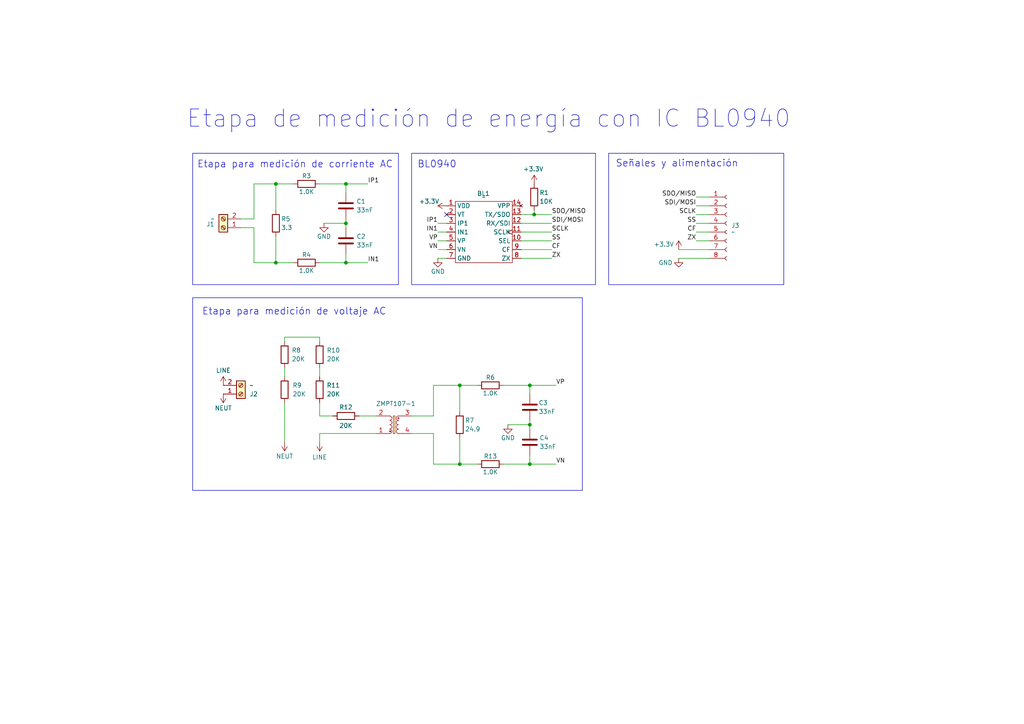
<source format=kicad_sch>
(kicad_sch (version 20231120) (generator "eeschema") (generator_version "8.0")
  (paper "A4")
  (lib_symbols
    (symbol "Connector:Conn_01x08_Socket" (pin_names (offset 1.016) hide)
      (property "Reference" "J" (at 0 10.16 0))
      (property "Value" "Conn_01x08_Socket" (at 0 -12.7 0))
      (symbol "Conn_01x08_Socket_1_1"
        (arc (start 0 -9.652) (mid -0.5058 -10.16) (end 0 -10.668) (stroke (width 0.1524)))
        (arc (start 0 -7.112) (mid -0.5058 -7.62) (end 0 -8.128) (stroke (width 0.1524)))
        (arc (start 0 -4.572) (mid -0.5058 -5.08) (end 0 -5.588) (stroke (width 0.1524)))
        (arc (start 0 -2.032) (mid -0.5058 -2.54) (end 0 -3.048) (stroke (width 0.1524)))
        (polyline (pts (xy -1.27 -10.16) (xy -0.508 -10.16)) (stroke (width 0.1524)))
        (polyline (pts (xy -1.27 -7.62) (xy -0.508 -7.62)) (stroke (width 0.1524)))
        (polyline (pts (xy -1.27 -5.08) (xy -0.508 -5.08)) (stroke (width 0.1524)))
        (polyline (pts (xy -1.27 -2.54) (xy -0.508 -2.54)) (stroke (width 0.1524)))
        (polyline (pts (xy -1.27 0) (xy -0.508 0)) (stroke (width 0.1524)))
        (polyline (pts (xy -1.27 2.54) (xy -0.508 2.54)) (stroke (width 0.1524)))
        (polyline (pts (xy -1.27 5.08) (xy -0.508 5.08)) (stroke (width 0.1524)))
        (polyline (pts (xy -1.27 7.62) (xy -0.508 7.62)) (stroke (width 0.1524)))
        (arc (start 0 0.508) (mid -0.5058 0) (end 0 -0.508) (stroke (width 0.1524)))
        (arc (start 0 3.048) (mid -0.5058 2.54) (end 0 2.032) (stroke (width 0.1524)))
        (arc (start 0 5.588) (mid -0.5058 5.08) (end 0 4.572) (stroke (width 0.1524)))
        (arc (start 0 8.128) (mid -0.5058 7.62) (end 0 7.112) (stroke (width 0.1524)))
        (pin passive line (at -5.08 7.62 0) (length 3.81) (name "Pin_1") (number "1"))
        (pin passive line (at -5.08 5.08 0) (length 3.81) (name "Pin_2") (number "2"))
        (pin passive line (at -5.08 2.54 0) (length 3.81) (name "Pin_3") (number "3"))
        (pin passive line (at -5.08 0 0) (length 3.81) (name "Pin_4") (number "4"))
        (pin passive line (at -5.08 -2.54 0) (length 3.81) (name "Pin_5") (number "5"))
        (pin passive line (at -5.08 -5.08 0) (length 3.81) (name "Pin_6") (number "6"))
        (pin passive line (at -5.08 -7.62 0) (length 3.81) (name "Pin_7") (number "7"))
        (pin passive line (at -5.08 -10.16 0) (length 3.81) (name "Pin_8") (number "8"))
      )
    )
    (symbol "Connector:Screw_Terminal_01x02" (pin_names (offset 1.016) hide)
      (property "Reference" "J" (at 0 2.54 0))
      (property "Value" "Screw_Terminal_01x02" (at 0 -5.08 0))
      (symbol "Screw_Terminal_01x02_1_1"
        (rectangle (start -1.27 1.27) (end 1.27 -3.81) (stroke (width 0.254)) (fill (type background)))
        (circle (center 0 -2.54) (radius 0.635) (stroke (width 0.1524)))
        (polyline (pts (xy -0.5334 -2.2098) (xy 0.3302 -3.048)) (stroke (width 0.1524)))
        (polyline (pts (xy -0.5334 0.3302) (xy 0.3302 -0.508)) (stroke (width 0.1524)))
        (polyline (pts (xy -0.3556 -2.032) (xy 0.508 -2.8702)) (stroke (width 0.1524)))
        (polyline (pts (xy -0.3556 0.508) (xy 0.508 -0.3302)) (stroke (width 0.1524)))
        (circle (center 0 0) (radius 0.635) (stroke (width 0.1524)))
        (pin passive line (at -5.08 0 0) (length 3.81) (name "Pin_1") (number "1"))
        (pin passive line (at -5.08 -2.54 0) (length 3.81) (name "Pin_2") (number "2"))
      )
    )
    (symbol "Custom_Library_Symbols:BL0940"
      (property "Reference" "BL0940" (at 0 13.716 0))
      (symbol "BL0940_0_1"
        (rectangle (start -7.62 8.89) (end 8.89 -8.89))
      )
      (symbol "BL0940_1_1"
        (pin power_in line (at -10.16 7.62 0) (length 2.54) (name "VDD") (number "1"))
        (pin input line (at 11.43 -2.54 180) (length 2.54) (name "SEL") (number "10"))
        (pin input clock (at 11.43 0 180) (length 2.54) (name "SCLK") (number "11"))
        (pin input line (at 11.43 2.54 180) (length 2.54) (name "RX/SDI") (number "12"))
        (pin output line (at 11.43 5.08 180) (length 2.54) (name "TX/SDO") (number "13"))
        (pin no_connect line (at 11.43 7.62 180) (length 2.54) (name "VPP") (number "14"))
        (pin input line (at -10.16 5.08 0) (length 2.54) (name "VT") (number "2"))
        (pin input line (at -10.16 2.54 0) (length 2.54) (name "IP1") (number "3"))
        (pin input line (at -10.16 0 0) (length 2.54) (name "IN1") (number "4"))
        (pin input line (at -10.16 -2.54 0) (length 2.54) (name "VP") (number "5"))
        (pin input line (at -10.16 -5.08 0) (length 2.54) (name "VN") (number "6"))
        (pin power_in line (at -10.16 -7.62 0) (length 2.54) (name "GND") (number "7"))
        (pin output line (at 11.43 -7.62 180) (length 2.54) (name "ZX") (number "8"))
        (pin output line (at 11.43 -5.08 180) (length 2.54) (name "CF") (number "9"))
      )
    )
    (symbol "Device:C" (pin_numbers hide) (pin_names (offset 0.254))
      (property "Reference" "C" (at 0.635 2.54 0))
      (property "Value" "C" (at 0.635 -2.54 0))
      (symbol "C_0_1"
        (polyline (pts (xy -2.032 -0.762) (xy 2.032 -0.762)) (stroke (width 0.508)))
        (polyline (pts (xy -2.032 0.762) (xy 2.032 0.762)) (stroke (width 0.508)))
      )
      (symbol "C_1_1"
        (pin passive line (at 0 3.81 270) (length 2.794) (name "~") (number "1"))
        (pin passive line (at 0 -3.81 90) (length 2.794) (name "~") (number "2"))
      )
    )
    (symbol "Device:R" (pin_numbers hide) (pin_names (offset 0))
      (property "Reference" "R" (at 2.032 0 90))
      (property "Value" "R" (at 0 0 90))
      (symbol "R_0_1"
        (rectangle (start -1.016 -2.54) (end 1.016 2.54) (stroke (width 0.254)))
      )
      (symbol "R_1_1"
        (pin passive line (at 0 3.81 270) (length 1.27) (name "~") (number "1"))
        (pin passive line (at 0 -3.81 90) (length 1.27) (name "~") (number "2"))
      )
    )
    (symbol "Transformer:ZMPT101K"
      (property "Reference" "TR" (at 0 4.445 0))
      (property "Value" "ZMPT101K" (at 0 -4.445 0))
      (symbol "ZMPT101K_0_1"
        (polyline (pts (xy -1.27 -2.54) (xy -2.54 -2.54)))
        (polyline (pts (xy -1.27 2.54) (xy -2.54 2.54)))
        (polyline (pts (xy 1.27 -2.54) (xy 2.54 -2.54)))
        (polyline (pts (xy 1.27 2.54) (xy 2.54 2.54)))
      )
      (symbol "ZMPT101K_1_1"
        (arc (start -1.27 -2.54) (mid -0.6377 -1.905) (end -1.27 -1.27))
        (arc (start -1.27 -1.27) (mid -0.6377 -0.635) (end -1.27 0))
        (arc (start -1.27 0) (mid -0.6377 0.635) (end -1.27 1.27))
        (arc (start -1.27 1.27) (mid -0.6377 1.905) (end -1.27 2.54))
        (circle (center -1.143 1.905) (radius 0.127) (stroke (width 0.254)))
        (rectangle (start -0.254 2.54) (end 0.254 -2.54) (fill (type background)))
        (circle (center 1.27 -1.905) (radius 0.127) (stroke (width 0.254)))
        (arc (start 1.27 -1.27) (mid 0.6377 -1.905) (end 1.27 -2.54))
        (arc (start 1.27 0) (mid 0.6377 -0.635) (end 1.27 -1.27))
        (arc (start 1.27 1.27) (mid 0.6377 0.635) (end 1.27 0))
        (arc (start 1.27 2.54) (mid 0.6377 1.905) (end 1.27 1.27))
        (pin passive line (at -5.08 2.54 0) (length 2.54) (name "~") (number "1"))
        (pin passive line (at -5.08 -2.54 0) (length 2.54) (name "~") (number "2"))
        (pin passive line (at 5.08 -2.54 180) (length 2.54) (name "~") (number "3"))
        (pin passive line (at 5.08 2.54 180) (length 2.54) (name "~") (number "4"))
      )
    )
    (symbol "power:+3.3V" (power) (pin_numbers hide) (pin_names (offset 0) hide)
      (property "Value" "+3.3V" (at 0 3.556 0))
      (symbol "+3.3V_0_1"
        (polyline (pts (xy -0.762 1.27) (xy 0 2.54)))
        (polyline (pts (xy 0 0) (xy 0 2.54)))
        (polyline (pts (xy 0 2.54) (xy 0.762 1.27)))
      )
      (symbol "+3.3V_1_1"
        (pin power_in line (at 0 0 90) (length 0) (name "~") (number "1"))
      )
    )
    (symbol "power:GND" (power) (pin_numbers hide) (pin_names (offset 0) hide)
      (property "Value" "GND" (at 0 -3.81 0))
      (symbol "GND_0_1"
        (polyline (pts (xy 0 0) (xy 0 -1.27) (xy 1.27 -1.27) (xy 0 -2.54) (xy -1.27 -1.27) (xy 0 -1.27)))
      )
      (symbol "GND_1_1"
        (pin power_in line (at 0 0 270) (length 0) (name "~") (number "1"))
      )
    )
    (symbol "power:LINE" (power) (pin_numbers hide) (pin_names (offset 0) hide)
      (property "Value" "LINE" (at 0 3.556 0))
      (symbol "LINE_0_1"
        (polyline (pts (xy -0.762 1.27) (xy 0 2.54)))
        (polyline (pts (xy 0 0) (xy 0 2.54)))
        (polyline (pts (xy 0 2.54) (xy 0.762 1.27)))
      )
      (symbol "LINE_1_1"
        (pin power_in line (at 0 0 90) (length 0) (name "~") (number "1"))
      )
    )
    (symbol "power:NEUT" (power) (pin_numbers hide) (pin_names (offset 0) hide)
      (property "Value" "NEUT" (at 0 3.556 0))
      (symbol "NEUT_0_1"
        (polyline (pts (xy -0.762 1.27) (xy 0 2.54)))
        (polyline (pts (xy 0 0) (xy 0 2.54)))
        (polyline (pts (xy 0 2.54) (xy 0.762 1.27)))
      )
      (symbol "NEUT_1_1"
        (pin power_in line (at 0 0 90) (length 0) (name "~") (number "1"))
      )
    )
  )
  (junction (at 100.33 64.77))
  (junction (at 100.33 76.2))
  (junction (at 133.35 134.62))
  (junction (at 153.67 134.62))
  (junction (at 80.01 76.2))
  (junction (at 153.67 111.76))
  (junction (at 100.33 53.34))
  (junction (at 154.94 62.23))
  (junction (at 153.67 123.19))
  (junction (at 133.35 111.76))
  (junction (at 80.01 53.34))
  (no_connect (at 129.54 62.23))
  (wire (pts (xy 104.14 120.65) (xy 109.22 120.65)))
  (wire (pts (xy 127 69.85) (xy 129.54 69.85)))
  (wire (pts (xy 100.33 64.77) (xy 100.33 66.04)))
  (wire (pts (xy 73.66 53.34) (xy 80.01 53.34)))
  (wire (pts (xy 153.67 111.76) (xy 161.29 111.76)))
  (wire (pts (xy 133.35 127) (xy 133.35 134.62)))
  (wire (pts (xy 151.13 72.39) (xy 160.02 72.39)))
  (wire (pts (xy 100.33 55.88) (xy 100.33 53.34)))
  (wire (pts (xy 201.93 59.69) (xy 205.74 59.69)))
  (wire (pts (xy 100.33 63.5) (xy 100.33 64.77)))
  (wire (pts (xy 119.38 125.73) (xy 125.73 125.73)))
  (wire (pts (xy 82.55 106.68) (xy 82.55 109.22)))
  (wire (pts (xy 133.35 119.38) (xy 133.35 111.76)))
  (wire (pts (xy 151.13 69.85) (xy 160.02 69.85)))
  (wire (pts (xy 80.01 60.96) (xy 80.01 53.34)))
  (wire (pts (xy 119.38 120.65) (xy 125.73 120.65)))
  (wire (pts (xy 146.05 134.62) (xy 153.67 134.62)))
  (wire (pts (xy 100.33 53.34) (xy 106.68 53.34)))
  (wire (pts (xy 73.66 53.34) (xy 73.66 63.5)))
  (wire (pts (xy 92.71 116.84) (xy 92.71 120.65)))
  (wire (pts (xy 92.71 106.68) (xy 92.71 109.22)))
  (wire (pts (xy 82.55 99.06) (xy 82.55 97.79)))
  (wire (pts (xy 127 72.39) (xy 129.54 72.39)))
  (wire (pts (xy 127 67.31) (xy 129.54 67.31)))
  (wire (pts (xy 205.74 74.93) (xy 196.85 74.93)))
  (wire (pts (xy 73.66 66.04) (xy 73.66 76.2)))
  (wire (pts (xy 153.67 114.3) (xy 153.67 111.76)))
  (wire (pts (xy 153.67 123.19) (xy 153.67 124.46)))
  (wire (pts (xy 151.13 64.77) (xy 160.02 64.77)))
  (wire (pts (xy 153.67 111.76) (xy 146.05 111.76)))
  (wire (pts (xy 125.73 125.73) (xy 125.73 134.62)))
  (wire (pts (xy 201.93 64.77) (xy 205.74 64.77)))
  (wire (pts (xy 154.94 60.96) (xy 154.94 62.23)))
  (wire (pts (xy 80.01 68.58) (xy 80.01 76.2)))
  (wire (pts (xy 201.93 62.23) (xy 205.74 62.23)))
  (wire (pts (xy 201.93 57.15) (xy 205.74 57.15)))
  (wire (pts (xy 100.33 53.34) (xy 92.71 53.34)))
  (wire (pts (xy 93.98 64.77) (xy 100.33 64.77)))
  (wire (pts (xy 73.66 63.5) (xy 69.85 63.5)))
  (wire (pts (xy 133.35 134.62) (xy 138.43 134.62)))
  (wire (pts (xy 151.13 67.31) (xy 160.02 67.31)))
  (wire (pts (xy 196.85 72.39) (xy 205.74 72.39)))
  (wire (pts (xy 69.85 66.04) (xy 73.66 66.04)))
  (wire (pts (xy 100.33 76.2) (xy 100.33 73.66)))
  (wire (pts (xy 201.93 69.85) (xy 205.74 69.85)))
  (wire (pts (xy 147.32 123.19) (xy 153.67 123.19)))
  (wire (pts (xy 92.71 120.65) (xy 96.52 120.65)))
  (wire (pts (xy 80.01 53.34) (xy 85.09 53.34)))
  (wire (pts (xy 151.13 74.93) (xy 160.02 74.93)))
  (wire (pts (xy 73.66 76.2) (xy 80.01 76.2)))
  (wire (pts (xy 125.73 111.76) (xy 133.35 111.76)))
  (wire (pts (xy 154.94 62.23) (xy 160.02 62.23)))
  (wire (pts (xy 153.67 121.92) (xy 153.67 123.19)))
  (wire (pts (xy 133.35 111.76) (xy 138.43 111.76)))
  (wire (pts (xy 153.67 134.62) (xy 153.67 132.08)))
  (wire (pts (xy 92.71 76.2) (xy 100.33 76.2)))
  (wire (pts (xy 153.67 134.62) (xy 161.29 134.62)))
  (wire (pts (xy 92.71 125.73) (xy 109.22 125.73)))
  (wire (pts (xy 92.71 125.73) (xy 92.71 128.27)))
  (wire (pts (xy 127 64.77) (xy 129.54 64.77)))
  (wire (pts (xy 151.13 62.23) (xy 154.94 62.23)))
  (wire (pts (xy 82.55 97.79) (xy 92.71 97.79)))
  (wire (pts (xy 201.93 67.31) (xy 205.74 67.31)))
  (wire (pts (xy 80.01 76.2) (xy 85.09 76.2)))
  (wire (pts (xy 100.33 76.2) (xy 106.68 76.2)))
  (wire (pts (xy 125.73 134.62) (xy 133.35 134.62)))
  (wire (pts (xy 92.71 97.79) (xy 92.71 99.06)))
  (wire (pts (xy 127 74.93) (xy 129.54 74.93)))
  (wire (pts (xy 82.55 116.84) (xy 82.55 128.27)))
  (wire (pts (xy 125.73 120.65) (xy 125.73 111.76)))
  (rectangle (start 119.38 44.45) (end 172.72 82.55))
  (rectangle (start 55.88 86.36) (end 168.91 142.24))
  (rectangle (start 55.88 44.45) (end 115.57 82.55))
  (rectangle (start 176.53 44.45) (end 227.33 82.55))
  (text "BL0940\n" (at 126.746 47.752 0) (effects (font (size 2 2))))
  (text "Etapa para medición de corriente AC" (at 85.598 47.752 0) (effects (font (size 2 2))))
  (text "Señales y alimentación\n" (at 196.342 47.498 0) (effects (font (size 2 2))))
  (text "Etapa de medición de energía con IC BL0940" (at 141.732 34.544 0) (effects (font (size 5 5))))
  (text "Etapa para medición de voltaje AC" (at 85.344 90.424 0) (effects (font (size 2 2))))
  (label "VN" (at 127 72.39 180))
  (label "SCLK" (at 160.02 67.31 0))
  (label "ZX" (at 201.93 69.85 180))
  (label "VN" (at 161.29 134.62 0))
  (label "IN1" (at 106.68 76.2 0))
  (label "SS" (at 201.93 64.77 180))
  (label "SDI{slash}MOSI" (at 160.02 64.77 0))
  (label "CF" (at 160.02 72.39 0))
  (label "SDO{slash}MISO" (at 201.93 57.15 180))
  (label "IP1" (at 106.68 53.34 0))
  (label "ZX" (at 160.02 74.93 0))
  (label "VP" (at 127 69.85 180))
  (label "CF" (at 201.93 67.31 180))
  (label "SS" (at 160.02 69.85 0))
  (label "IN1" (at 127 67.31 180))
  (label "VP" (at 161.29 111.76 0))
  (label "IP1" (at 127 64.77 180))
  (label "SCLK" (at 201.93 62.23 180))
  (label "SDO{slash}MISO" (at 160.02 62.23 0))
  (label "SDI{slash}MOSI" (at 201.93 59.69 180))
  (symbol (lib_id "Device:C") (at 153.67 118.11 0) (unit 1)
    (property "Reference" "C3" (at 156.21 116.84 0) (effects (justify left)))
    (property "Value" "33nF" (at 156.21 119.38 0) (effects (justify left)))
    (property "Footprint" "Capacitor_SMD:C_0805_2012Metric" (effects (hide yes)))
    (property "Description" "Unpolarized capacitor" (effects (hide yes)))
    (property "LCSC" "C1739" (effects (hide yes)))
  )
  (symbol (lib_id "Device:C") (at 100.33 59.69 0) (unit 1)
    (property "Reference" "C1" (at 103.378 58.42 0) (effects (justify left)))
    (property "Value" "33nF" (at 103.378 60.96 0) (effects (justify left)))
    (property "Footprint" "Capacitor_SMD:C_0805_2012Metric" (effects (hide yes)))
    (property "Description" "Unpolarized capacitor" (effects (hide yes)))
    (property "LCSC" "C1739" (effects (hide yes)))
  )
  (symbol (lib_id "Device:R") (at 100.33 120.65 270) (unit 1)
    (property "Reference" "R12" (at 100.33 118.11 90))
    (property "Value" "20K" (at 100.33 123.444 90))
    (property "Footprint" "Resistor_SMD:R_1206_3216Metric" (effects (hide yes)))
    (property "Description" "Resistor" (effects (hide yes)))
    (property "LCSC" "C18003" (effects (hide yes)))
  )
  (symbol (lib_id "Device:R") (at 142.24 134.62 270) (unit 1)
    (property "Reference" "R13" (at 142.24 132.334 90))
    (property "Value" "1.0K" (at 142.24 136.906 90))
    (property "Footprint" "Resistor_SMD:R_0805_2012Metric" (effects (hide yes)))
    (property "Description" "Resistor" (effects (hide yes)))
    (property "LCSC" "C17513" (effects (hide yes)))
  )
  (symbol (lib_id "Device:R") (at 142.24 111.76 270) (unit 1)
    (property "Reference" "R6" (at 142.24 109.474 90))
    (property "Value" "1.0K" (at 142.24 114.046 90))
    (property "Footprint" "Resistor_SMD:R_0805_2012Metric" (effects (hide yes)))
    (property "Description" "Resistor" (effects (hide yes)))
    (property "LCSC" "C17513" (effects (hide yes)))
  )
  (symbol (lib_id "power:LINE") (at 64.77 111.76 0) (mirror y) (unit 1)
    (property "Reference" "#PWR07" (effects (hide yes)))
    (property "Value" "LINE" (at 64.77 107.442 0))
    (property "Description" "Power symbol creates a global label with name \"LINE\"" (effects (hide yes)))
  )
  (symbol (lib_id "power:+3.3V") (at 196.85 72.39 0) (unit 1)
    (property "Reference" "#PWR09" (effects (hide yes)))
    (property "Value" "+3.3V" (at 192.532 70.866 0))
    (property "Description" "Power symbol creates a global label with name \"+3.3V\"" (effects (hide yes)))
  )
  (symbol (lib_id "Device:R") (at 82.55 113.03 0) (unit 1)
    (property "Reference" "R9" (at 84.836 111.76 0) (effects (justify left)))
    (property "Value" "20K" (at 84.836 114.3 0) (effects (justify left)))
    (property "Footprint" "Resistor_SMD:R_1206_3216Metric" (effects (hide yes)))
    (property "Description" "Resistor" (effects (hide yes)))
    (property "LCSC" "C18003" (effects (hide yes)))
  )
  (symbol (lib_id "Device:C") (at 100.33 69.85 0) (unit 1)
    (property "Reference" "C2" (at 103.378 68.58 0) (effects (justify left)))
    (property "Value" "33nF" (at 103.378 71.12 0) (effects (justify left)))
    (property "Footprint" "Capacitor_SMD:C_0805_2012Metric" (effects (hide yes)))
    (property "Description" "Unpolarized capacitor" (effects (hide yes)))
    (property "LCSC" "C1739" (effects (hide yes)))
  )
  (symbol (lib_id "power:GND") (at 147.32 123.19 0) (unit 1)
    (property "Reference" "#PWR06" (effects (hide yes)))
    (property "Value" "GND" (at 147.32 127 0))
    (property "Description" "Power symbol creates a global label with name \"GND\" , ground" (effects (hide yes)))
  )
  (symbol (lib_id "Device:R") (at 92.71 102.87 0) (unit 1)
    (property "Reference" "R10" (at 94.742 101.6 0) (effects (justify left)))
    (property "Value" "20K" (at 94.742 104.14 0) (effects (justify left)))
    (property "Footprint" "Resistor_SMD:R_1206_3216Metric" (effects (hide yes)))
    (property "Description" "Resistor" (effects (hide yes)))
    (property "LCSC" "C18003" (effects (hide yes)))
  )
  (symbol (lib_id "Device:R") (at 80.01 64.77 0) (unit 1)
    (property "Reference" "R5" (at 81.534 63.5 0) (effects (justify left)))
    (property "Value" "3.3" (at 81.534 66.04 0) (effects (justify left)))
    (property "Footprint" "Resistor_SMD:R_0805_2012Metric" (effects (hide yes)))
    (property "Description" "Resistor" (effects (hide yes)))
    (property "LCSC" "C16257" (effects (hide yes)))
  )
  (symbol (lib_id "power:LINE") (at 92.71 128.27 180) (unit 1)
    (property "Reference" "#PWR02" (effects (hide yes)))
    (property "Value" "LINE" (at 92.71 132.588 0))
    (property "Description" "Power symbol creates a global label with name \"LINE\"" (effects (hide yes)))
  )
  (symbol (lib_id "Connector:Screw_Terminal_01x02") (at 64.77 66.04 180) (unit 1) (in_bom no) (on_board no)
    (property "Reference" "J1" (at 62.23 65.024 0) (effects (justify left)))
    (property "Value" "~" (at 62.23 63.5001 0) (effects (justify left)))
    (property "Footprint" "1_Custom_Library:1x2P_5.00_Screw_Terminal_Block" (effects (hide yes)))
    (property "Description" "Generic screw terminal, single row, 01x02, script generated (kicad-library-utils/schlib/autogen/connector/)" (effects (hide yes)))
    (property "LCSC" "C8269" (effects (hide yes)))
  )
  (symbol (lib_id "Device:R") (at 133.35 123.19 0) (unit 1)
    (property "Reference" "R7" (at 134.874 121.92 0) (effects (justify left)))
    (property "Value" "24.9" (at 134.874 124.46 0) (effects (justify left)))
    (property "Footprint" "Resistor_SMD:R_1206_3216Metric" (effects (hide yes)))
    (property "Description" "Resistor" (effects (hide yes)))
    (property "LCSC" "C5153988" (effects (hide yes)))
  )
  (symbol (lib_id "Device:R") (at 82.55 102.87 0) (unit 1)
    (property "Reference" "R8" (at 84.582 101.6 0) (effects (justify left)))
    (property "Value" "20K" (at 84.582 104.14 0) (effects (justify left)))
    (property "Footprint" "Resistor_SMD:R_1206_3216Metric" (effects (hide yes)))
    (property "Description" "Resistor" (effects (hide yes)))
    (property "LCSC" "C18003" (effects (hide yes)))
  )
  (symbol (lib_id "power:GND") (at 127 74.93 0) (unit 1)
    (property "Reference" "#PWR04" (effects (hide yes)))
    (property "Value" "GND" (at 127 78.74 0))
    (property "Description" "Power symbol creates a global label with name \"GND\" , ground" (effects (hide yes)))
  )
  (symbol (lib_id "Device:R") (at 88.9 53.34 270) (unit 1)
    (property "Reference" "R3" (at 88.9 51.054 90))
    (property "Value" "1.0K" (at 88.9 55.626 90))
    (property "Footprint" "Resistor_SMD:R_0805_2012Metric" (effects (hide yes)))
    (property "Description" "Resistor" (effects (hide yes)))
    (property "LCSC" "C17513" (effects (hide yes)))
  )
  (symbol (lib_id "power:GND") (at 93.98 64.77 0) (unit 1)
    (property "Reference" "#PWR03" (effects (hide yes)))
    (property "Value" "GND" (at 93.98 68.58 0))
    (property "Description" "Power symbol creates a global label with name \"GND\" , ground" (effects (hide yes)))
  )
  (symbol (lib_id "power:NEUT") (at 82.55 128.27 0) (mirror x) (unit 1)
    (property "Reference" "#PWR01" (effects (hide yes)))
    (property "Value" "NEUT" (at 82.55 132.334 0))
    (property "Description" "Power symbol creates a global label with name \"NEUT\"" (effects (hide yes)))
  )
  (symbol (lib_id "Connector:Conn_01x08_Socket") (at 210.82 64.77 0) (unit 1) (in_bom no) (on_board no)
    (property "Reference" "J3" (at 212.09 65.4049 0) (effects (justify left)))
    (property "Value" "~" (at 212.09 67.31 0) (effects (justify left)))
    (property "Footprint" "Connector_PinSocket_2.54mm:PinSocket_1x08_P2.54mm_Vertical" (effects (hide yes)))
    (property "Description" "Generic connector, single row, 01x08, script generated" (effects (hide yes)))
  )
  (symbol (lib_id "power:NEUT") (at 64.77 114.3 0) (mirror x) (unit 1)
    (property "Reference" "#PWR08" (effects (hide yes)))
    (property "Value" "NEUT" (at 64.77 118.364 0))
    (property "Description" "Power symbol creates a global label with name \"NEUT\"" (effects (hide yes)))
  )
  (symbol (lib_id "power:+3.3V") (at 154.94 53.34 0) (unit 1)
    (property "Reference" "#PWR011" (effects (hide yes)))
    (property "Value" "+3.3V" (at 154.686 49.022 0))
    (property "Description" "Power symbol creates a global label with name \"+3.3V\"" (effects (hide yes)))
  )
  (symbol (lib_id "power:+3.3V") (at 129.54 59.69 90) (unit 1)
    (property "Reference" "#PWR05" (effects (hide yes)))
    (property "Value" "+3.3V" (at 124.46 58.42 90))
    (property "Description" "Power symbol creates a global label with name \"+3.3V\"" (effects (hide yes)))
  )
  (symbol (lib_id "Device:R") (at 92.71 113.03 0) (unit 1)
    (property "Reference" "R11" (at 94.742 111.76 0) (effects (justify left)))
    (property "Value" "20K" (at 94.742 114.3 0) (effects (justify left)))
    (property "Footprint" "Resistor_SMD:R_1206_3216Metric" (effects (hide yes)))
    (property "Description" "Resistor" (effects (hide yes)))
    (property "LCSC" "C18003" (effects (hide yes)))
  )
  (symbol (lib_id "Device:R") (at 154.94 57.15 0) (unit 1)
    (property "Reference" "R1" (at 156.464 55.88 0) (effects (justify left)))
    (property "Value" "10K" (at 156.464 58.42 0) (effects (justify left)))
    (property "Footprint" "Resistor_SMD:R_0805_2012Metric" (effects (hide yes)))
    (property "Description" "Resistor" (effects (hide yes)))
    (property "LCSC" "C17414" (effects (hide yes)))
  )
  (symbol (lib_id "Device:C") (at 153.67 128.27 0) (unit 1)
    (property "Reference" "C4" (at 156.464 127 0) (effects (justify left)))
    (property "Value" "33nF" (at 156.464 129.54 0) (effects (justify left)))
    (property "Footprint" "Capacitor_SMD:C_0805_2012Metric" (effects (hide yes)))
    (property "Description" "Unpolarized capacitor" (effects (hide yes)))
    (property "LCSC" "C1739" (effects (hide yes)))
  )
  (symbol (lib_id "power:GND") (at 196.85 74.93 0) (unit 1)
    (property "Reference" "#PWR010" (effects (hide yes)))
    (property "Value" "GND" (at 193.04 76.2 0))
    (property "Description" "Power symbol creates a global label with name \"GND\" , ground" (effects (hide yes)))
  )
  (symbol (lib_id "Transformer:ZMPT101K") (at 114.3 123.19 0) (mirror x) (unit 1)
    (property "Reference" "TR1" (effects (hide yes)))
    (property "Value" "ZMPT107-1" (at 114.808 117.094 0))
    (property "Footprint" "1_Custom_Library:ZMPT107-1" (effects (hide yes)))
    (property "Datasheet" "https://5krorwxhmqqirik.leadongcdn.com/ZMPT101K+specification-aidikBqoKomRilSkopqmikp.pdf" (effects (hide yes)))
    (property "Description" "Qingxian Zeming Langxi Electronic ZMPT101K voltage transformer 1000:1000 2mA:2mA" (effects (hide yes)))
    (property "LCSC" "C125191" (effects (hide yes)))
  )
  (symbol (lib_id "Custom_Library_Symbols:BL0940") (at 139.7 67.31 0) (unit 1)
    (property "Reference" "BL1" (at 140.208 56.134 0))
    (property "Value" "~" (at 140.335 57.15 0))
    (property "Footprint" "Package_SO:TSSOP-14_4.4x5mm_P0.65mm" (effects (hide yes)))
    (property "Description" "High accuracy electrical energy measurement IC" (effects (hide yes)))
    (property "LCSC" "C691894" (effects (hide yes)))
  )
  (symbol (lib_id "Connector:Screw_Terminal_01x02") (at 69.85 114.3 0) (mirror x) (unit 1) (in_bom no) (on_board no)
    (property "Reference" "J2" (at 72.39 114.3001 0) (effects (justify left)))
    (property "Value" "~" (at 72.39 111.7601 0) (effects (justify left)))
    (property "Footprint" "1_Custom_Library:1x2P_5.00_Screw_Terminal_Block" (effects (hide yes)))
    (property "Description" "Generic screw terminal, single row, 01x02, script generated (kicad-library-utils/schlib/autogen/connector/)" (effects (hide yes)))
    (property "LCSC" "C8269" (effects (hide yes)))
  )
  (symbol (lib_id "Device:R") (at 88.9 76.2 270) (unit 1)
    (property "Reference" "R4" (at 88.9 73.914 90))
    (property "Value" "1.0K" (at 88.9 78.486 90))
    (property "Footprint" "Resistor_SMD:R_0805_2012Metric" (effects (hide yes)))
    (property "Description" "Resistor" (effects (hide yes)))
    (property "LCSC" "C17513" (effects (hide yes)))
  )
)
</source>
